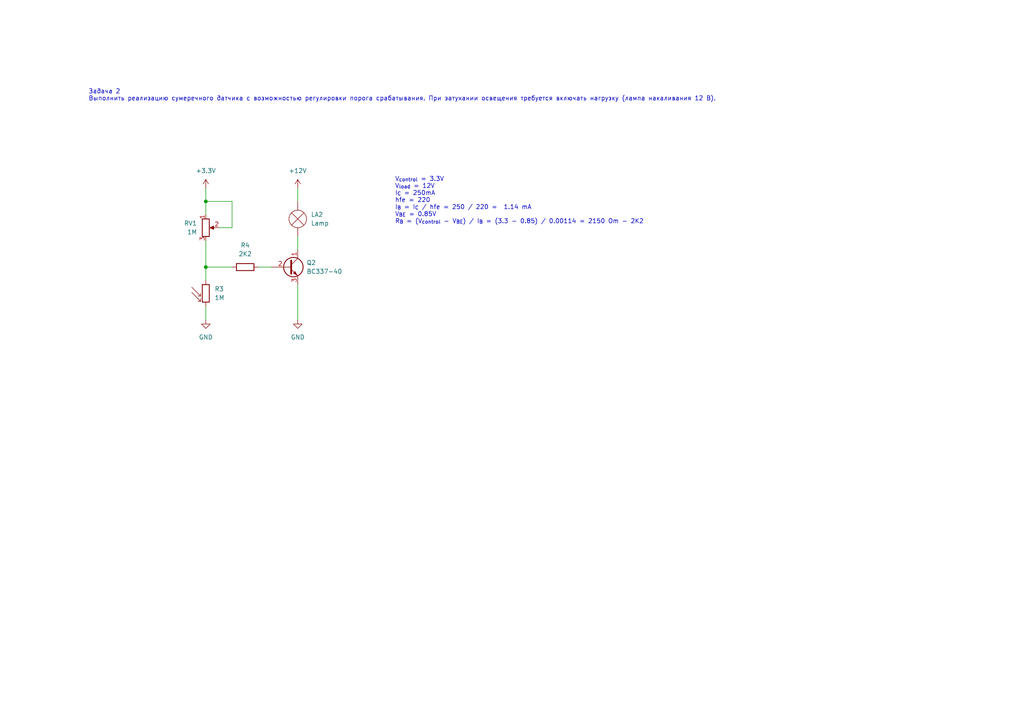
<source format=kicad_sch>
(kicad_sch (version 20231120) (generator "eeschema") (generator_version "8.0")
  (paper "A4")
  (lib_symbols
    (symbol "Device:Lamp" (pin_numbers hide) (pin_names (offset 0.0254) hide)
      (property "Reference" "LA" (at 0.635 3.81 0))
      (property "Value" "Lamp" (at 0.635 -3.81 0))
      (symbol "Lamp_0_1"
        (polyline (pts (xy -1.778 1.778) (xy 1.778 -1.778)))
        (polyline (pts (xy 1.778 1.778) (xy -1.778 -1.778)))
        (circle (center 0 0) (radius 2.54))
      )
      (symbol "Lamp_1_1"
        (pin passive line (at 0 -5.08 90) (length 2.54) (name "-") (number "1"))
        (pin passive line (at 0 5.08 270) (length 2.54) (name "+") (number "2"))
      )
    )
    (symbol "Device:R" (pin_numbers hide) (pin_names (offset 0))
      (property "Reference" "R" (at 2.032 0 90))
      (property "Value" "R" (at 0 0 90))
      (symbol "R_0_1"
        (rectangle (start -1.016 -2.54) (end 1.016 2.54) (stroke (width 0.254)))
      )
      (symbol "R_1_1"
        (pin passive line (at 0 3.81 270) (length 1.27) (name "~") (number "1"))
        (pin passive line (at 0 -3.81 90) (length 1.27) (name "~") (number "2"))
      )
    )
    (symbol "Device:R_Photo" (pin_numbers hide) (pin_names (offset 0))
      (property "Reference" "R" (at 1.27 1.27 0))
      (property "Value" "R_Photo" (at 1.27 0 0))
      (symbol "R_Photo_0_1"
        (rectangle (start -1.016 2.54) (end 1.016 -2.54) (stroke (width 0.254)))
        (polyline (pts (xy -1.524 -2.286) (xy -4.064 0.254)))
        (polyline (pts (xy -1.524 -2.286) (xy -2.286 -2.286)))
        (polyline (pts (xy -1.524 -2.286) (xy -1.524 -1.524)))
        (polyline (pts (xy -1.524 -0.762) (xy -4.064 1.778)))
        (polyline (pts (xy -1.524 -0.762) (xy -2.286 -0.762)))
        (polyline (pts (xy -1.524 -0.762) (xy -1.524 0)))
      )
      (symbol "R_Photo_1_1"
        (pin passive line (at 0 3.81 270) (length 1.27) (name "~") (number "1"))
        (pin passive line (at 0 -3.81 90) (length 1.27) (name "~") (number "2"))
      )
    )
    (symbol "Device:R_Potentiometer" (pin_names (offset 1.016) hide)
      (property "Reference" "RV" (at -4.445 0 90))
      (property "Value" "R_Potentiometer" (at -2.54 0 90))
      (symbol "R_Potentiometer_0_1"
        (polyline (pts (xy 2.54 0) (xy 1.524 0)))
        (polyline (pts (xy 1.143 0) (xy 2.286 0.508) (xy 2.286 -0.508) (xy 1.143 0)) (fill (type outline)))
        (rectangle (start 1.016 2.54) (end -1.016 -2.54) (stroke (width 0.254)))
      )
      (symbol "R_Potentiometer_1_1"
        (pin passive line (at 0 3.81 270) (length 1.27) (name "1") (number "1"))
        (pin passive line (at 3.81 0 180) (length 1.27) (name "2") (number "2"))
        (pin passive line (at 0 -3.81 90) (length 1.27) (name "3") (number "3"))
      )
    )
    (symbol "Transistor_BJT:BC337" (pin_names (offset 0) hide)
      (property "Reference" "Q" (at 5.08 1.905 0))
      (property "Value" "BC337" (at 5.08 0 0))
      (symbol "BC337_0_1"
        (polyline (pts (xy 0 0) (xy 0.635 0)))
        (polyline (pts (xy 0.635 0.635) (xy 2.54 2.54)))
        (polyline (pts (xy 0.635 -0.635) (xy 2.54 -2.54) (xy 2.54 -2.54)))
        (polyline (pts (xy 0.635 1.905) (xy 0.635 -1.905) (xy 0.635 -1.905)) (stroke (width 0.508)))
        (polyline (pts (xy 1.27 -1.778) (xy 1.778 -1.27) (xy 2.286 -2.286) (xy 1.27 -1.778) (xy 1.27 -1.778)) (fill (type outline)))
        (circle (center 1.27 0) (radius 2.8194) (stroke (width 0.254)))
      )
      (symbol "BC337_1_1"
        (pin passive line (at 2.54 5.08 270) (length 2.54) (name "C") (number "1"))
        (pin input line (at -5.08 0 0) (length 5.08) (name "B") (number "2"))
        (pin passive line (at 2.54 -5.08 90) (length 2.54) (name "E") (number "3"))
      )
    )
    (symbol "power:+3.3V" (power) (pin_numbers hide) (pin_names (offset 0) hide)
      (property "Value" "+3.3V" (at 0 3.556 0))
      (symbol "+3.3V_0_1"
        (polyline (pts (xy -0.762 1.27) (xy 0 2.54)))
        (polyline (pts (xy 0 0) (xy 0 2.54)))
        (polyline (pts (xy 0 2.54) (xy 0.762 1.27)))
      )
      (symbol "+3.3V_1_1"
        (pin power_in line (at 0 0 90) (length 0) (name "~") (number "1"))
      )
    )
    (symbol "power:GND" (power) (pin_numbers hide) (pin_names (offset 0) hide)
      (property "Value" "GND" (at 0 -3.81 0))
      (symbol "GND_0_1"
        (polyline (pts (xy 0 0) (xy 0 -1.27) (xy 1.27 -1.27) (xy 0 -2.54) (xy -1.27 -1.27) (xy 0 -1.27)))
      )
      (symbol "GND_1_1"
        (pin power_in line (at 0 0 270) (length 0) (name "~") (number "1"))
      )
    )
  )
  (junction (at 59.69 77.47))
  (junction (at 59.69 58.42))
  (wire (pts (xy 59.69 77.47) (xy 59.69 81.28)))
  (wire (pts (xy 59.69 88.9) (xy 59.69 92.71)))
  (wire (pts (xy 86.36 68.58) (xy 86.36 72.39)))
  (wire (pts (xy 74.93 77.47) (xy 78.74 77.47)))
  (wire (pts (xy 86.36 82.55) (xy 86.36 92.71)))
  (wire (pts (xy 86.36 54.61) (xy 86.36 58.42)))
  (wire (pts (xy 59.69 58.42) (xy 59.69 62.23)))
  (wire (pts (xy 59.69 77.47) (xy 67.31 77.47)))
  (wire (pts (xy 59.69 54.61) (xy 59.69 58.42)))
  (wire (pts (xy 63.5 66.04) (xy 67.31 66.04)))
  (wire (pts (xy 67.31 66.04) (xy 67.31 58.42)))
  (wire (pts (xy 59.69 58.42) (xy 67.31 58.42)))
  (wire (pts (xy 59.69 69.85) (xy 59.69 77.47)))
  (text "V_{control} = 3.3V\nV_{load} = 12V\nI_{C} = 250mA\nhfe = 220\nI_{B} = I_{C} / hfe = 250 / 220 =  1.14 mA\nV_{BE} = 0.85V\nR_{B} = (V_{control} - V_{BE}) / I_{B} = (3.3 - 0.85) / 0.00114 = 2150 Om - 2K2\n" (at 114.554 51.308 0) (effects (font (size 1.27 1.27)) (justify left top)))
  (text "Задача 2\nВыполнить реализацию сумеречного датчика с возможностью регулировки порога срабатывания. При затухании освещения требуется включать нагрузку (лампа накаливания 12 В). \n" (at 25.654 25.908 0) (effects (font (size 1.27 1.27)) (justify left top)))
  (symbol (lib_id "power:+3.3V") (at 86.36 54.61 0) (unit 1)
    (property "Reference" "#PWR06" (effects (hide yes)))
    (property "Value" "+12V" (at 86.36 49.53 0))
    (property "Description" "Power symbol creates a global label with name \"+3.3V\"" (effects (hide yes)))
  )
  (symbol (lib_id "Device:R_Potentiometer") (at 59.69 66.04 0) (unit 1)
    (property "Reference" "RV1" (at 57.15 64.7699 0) (effects (justify right)))
    (property "Value" "1M" (at 57.15 67.3099 0) (effects (justify right)))
    (property "Description" "Potentiometer" (effects (hide yes)))
  )
  (symbol (lib_id "Device:R") (at 71.12 77.47 90) (unit 1)
    (property "Reference" "R4" (at 71.12 71.12 90))
    (property "Value" "2K2" (at 71.12 73.66 90))
    (property "Description" "Resistor" (effects (hide yes)))
  )
  (symbol (lib_id "Transistor_BJT:BC337") (at 83.82 77.47 0) (unit 1)
    (property "Reference" "Q2" (at 88.9 76.1999 0) (effects (justify left)))
    (property "Value" "BC337-40" (at 88.9 78.7399 0) (effects (justify left)))
    (property "Footprint" "Package_TO_SOT_THT:TO-92_Inline" (effects (hide yes)))
    (property "Datasheet" "https://diotec.com/tl_files/diotec/files/pdf/datasheets/bc337.pdf" (effects (hide yes)))
    (property "Description" "0.8A Ic, 45V Vce, NPN Transistor, TO-92" (effects (hide yes)))
  )
  (symbol (lib_id "Device:Lamp") (at 86.36 63.5 0) (unit 1)
    (property "Reference" "LA2" (at 90.17 62.2299 0) (effects (justify left)))
    (property "Value" "Lamp" (at 90.17 64.7699 0) (effects (justify left)))
    (property "Description" "Lamp" (effects (hide yes)))
  )
  (symbol (lib_id "Device:R_Photo") (at 59.69 85.09 0) (unit 1)
    (property "Reference" "R3" (at 62.23 83.8199 0) (effects (justify left)))
    (property "Value" "1M" (at 62.23 86.3599 0) (effects (justify left)))
    (property "Description" "Photoresistor" (effects (hide yes)))
  )
  (symbol (lib_id "power:GND") (at 86.36 92.71 0) (unit 1)
    (property "Reference" "#PWR07" (effects (hide yes)))
    (property "Value" "GND" (at 86.36 97.79 0))
    (property "Description" "Power symbol creates a global label with name \"GND\" , ground" (effects (hide yes)))
  )
  (symbol (lib_id "power:+3.3V") (at 59.69 54.61 0) (unit 1)
    (property "Reference" "#PWR04" (effects (hide yes)))
    (property "Value" "+3.3V" (at 59.69 49.53 0))
    (property "Description" "Power symbol creates a global label with name \"+3.3V\"" (effects (hide yes)))
  )
  (symbol (lib_id "power:GND") (at 59.69 92.71 0) (unit 1)
    (property "Reference" "#PWR05" (effects (hide yes)))
    (property "Value" "GND" (at 59.69 97.79 0))
    (property "Description" "Power symbol creates a global label with name \"GND\" , ground" (effects (hide yes)))
  )
)
</source>
